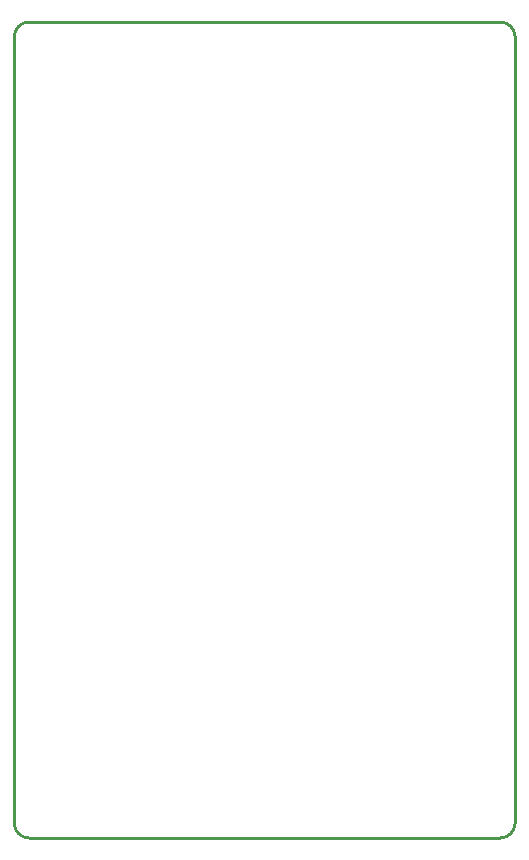
<source format=gko>
G04*
G04 #@! TF.GenerationSoftware,Altium Limited,Altium Designer,19.0.4 (130)*
G04*
G04 Layer_Color=16711935*
%FSLAX25Y25*%
%MOIN*%
G70*
G01*
G75*
%ADD99C,0.01000*%
D99*
X162000Y-0D02*
G03*
X167000Y5000I0J5000D01*
G01*
Y267000D02*
G03*
X162000Y272000I-5000J0D01*
G01*
X5000Y272000D02*
G03*
X-0Y267000I-0J-5000D01*
G01*
Y5000D02*
G03*
X5000Y0I5000J0D01*
G01*
X167000Y267000D02*
X167000Y5000D01*
X5000Y272000D02*
X162000D01*
X5000Y-0D02*
X162000D01*
X-0Y265000D02*
Y267000D01*
Y5000D02*
Y265000D01*
M02*

</source>
